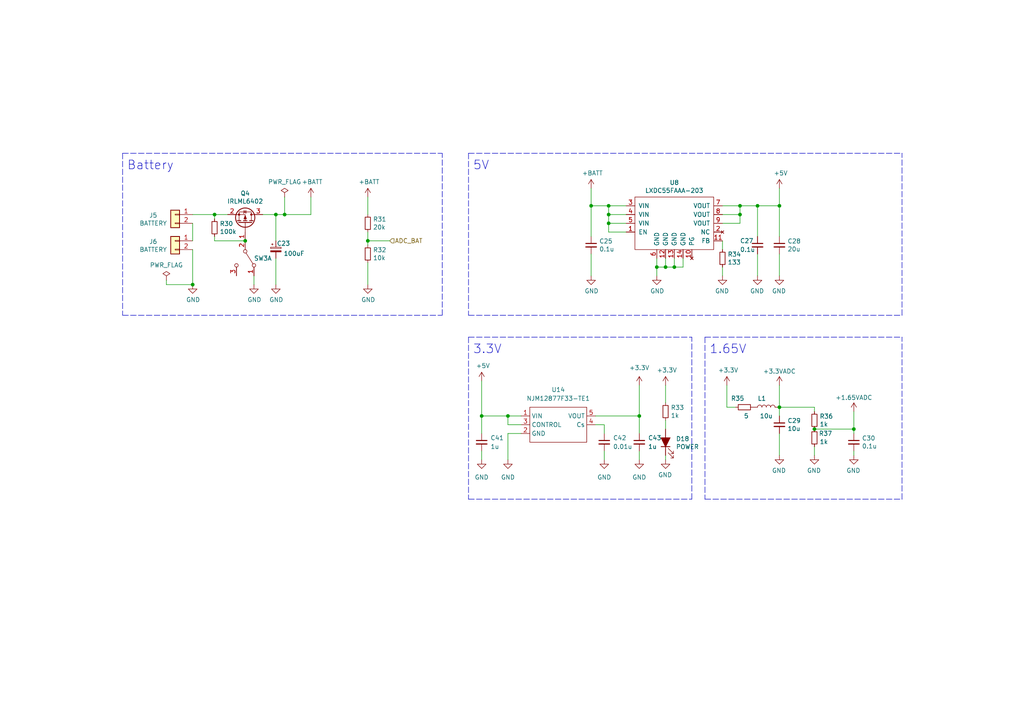
<source format=kicad_sch>
(kicad_sch (version 20231120) (generator "eeschema") (generator_version "8.0")
  (paper "A4")
  (lib_symbols
    (symbol "Connector_Generic:Conn_01x02" (pin_names (offset 1.016) hide)
      (property "Reference" "J" (at 0 2.54 0))
      (property "Value" "Conn_01x02" (at 0 -5.08 0))
      (symbol "Conn_01x02_1_1"
        (rectangle (start -1.27 -2.413) (end 0 -2.667) (stroke (width 0.1524)))
        (rectangle (start -1.27 0.127) (end 0 -0.127) (stroke (width 0.1524)))
        (rectangle (start -1.27 1.27) (end 1.27 -3.81) (stroke (width 0.254)) (fill (type background)))
        (pin passive line (at -5.08 0 0) (length 3.81) (name "Pin_1") (number "1"))
        (pin passive line (at -5.08 -2.54 0) (length 3.81) (name "Pin_2") (number "2"))
      )
    )
    (symbol "Device:C_Polarized_Small" (pin_numbers hide) (pin_names (offset 0.254) hide)
      (property "Reference" "C" (at 0.254 1.778 0))
      (property "Value" "C_Polarized_Small" (at 0.254 -2.032 0))
      (symbol "C_Polarized_Small_0_1"
        (rectangle (start -1.524 -0.3048) (end 1.524 -0.6858) (fill (type outline)))
        (rectangle (start -1.524 0.6858) (end 1.524 0.3048))
        (polyline (pts (xy -1.27 1.524) (xy -0.762 1.524)))
        (polyline (pts (xy -1.016 1.27) (xy -1.016 1.778)))
      )
      (symbol "C_Polarized_Small_1_1"
        (pin passive line (at 0 2.54 270) (length 1.8542) (name "~") (number "1"))
        (pin passive line (at 0 -2.54 90) (length 1.8542) (name "~") (number "2"))
      )
    )
    (symbol "Device:C_Small" (pin_numbers hide) (pin_names (offset 0.254) hide)
      (property "Reference" "C" (at 0.254 1.778 0))
      (property "Value" "C_Small" (at 0.254 -2.032 0))
      (symbol "C_Small_0_1"
        (polyline (pts (xy -1.524 -0.508) (xy 1.524 -0.508)) (stroke (width 0.3302)))
        (polyline (pts (xy -1.524 0.508) (xy 1.524 0.508)) (stroke (width 0.3048)))
      )
      (symbol "C_Small_1_1"
        (pin passive line (at 0 2.54 270) (length 2.032) (name "~") (number "1"))
        (pin passive line (at 0 -2.54 90) (length 2.032) (name "~") (number "2"))
      )
    )
    (symbol "Device:L" (pin_numbers hide) (pin_names (offset 1.016) hide)
      (property "Reference" "L" (at -1.27 0 90))
      (property "Value" "L" (at 1.905 0 90))
      (symbol "L_0_1"
        (arc (start 0 -2.54) (mid 0.6323 -1.905) (end 0 -1.27))
        (arc (start 0 -1.27) (mid 0.6323 -0.635) (end 0 0))
        (arc (start 0 0) (mid 0.6323 0.635) (end 0 1.27))
        (arc (start 0 1.27) (mid 0.6323 1.905) (end 0 2.54))
      )
      (symbol "L_1_1"
        (pin passive line (at 0 3.81 270) (length 1.27) (name "1") (number "1"))
        (pin passive line (at 0 -3.81 90) (length 1.27) (name "2") (number "2"))
      )
    )
    (symbol "Device:LED_ALT" (pin_numbers hide) (pin_names (offset 1.016) hide)
      (property "Reference" "D" (at 0 2.54 0))
      (property "Value" "Device_LED_ALT" (at 0 -2.54 0))
      (symbol "LED_ALT_0_1"
        (polyline (pts (xy -1.27 -1.27) (xy -1.27 1.27)) (stroke (width 0.254)))
        (polyline (pts (xy -1.27 0) (xy 1.27 0)))
        (polyline (pts (xy 1.27 -1.27) (xy 1.27 1.27) (xy -1.27 0) (xy 1.27 -1.27)) (stroke (width 0.254)) (fill (type outline)))
        (polyline (pts (xy -3.048 -0.762) (xy -4.572 -2.286) (xy -3.81 -2.286) (xy -4.572 -2.286) (xy -4.572 -1.524)))
        (polyline (pts (xy -1.778 -0.762) (xy -3.302 -2.286) (xy -2.54 -2.286) (xy -3.302 -2.286) (xy -3.302 -1.524)))
      )
      (symbol "LED_ALT_1_1"
        (pin passive line (at -3.81 0 0) (length 2.54) (name "K") (number "1"))
        (pin passive line (at 3.81 0 180) (length 2.54) (name "A") (number "2"))
      )
    )
    (symbol "Device:R_Small" (pin_numbers hide) (pin_names (offset 0.254) hide)
      (property "Reference" "R" (at 0.762 0.508 0))
      (property "Value" "R_Small" (at 0.762 -1.016 0))
      (symbol "R_Small_0_1"
        (rectangle (start -0.762 1.778) (end 0.762 -1.778) (stroke (width 0.2032)))
      )
      (symbol "R_Small_1_1"
        (pin passive line (at 0 2.54 270) (length 0.762) (name "~") (number "1"))
        (pin passive line (at 0 -2.54 90) (length 0.762) (name "~") (number "2"))
      )
    )
    (symbol "My_Device:LXDC55FAAA-203" (pin_names (offset 1.016))
      (property "Reference" "U" (at 0 12.7 0))
      (property "Value" "My_Device_LXDC55FAAA-203" (at 0 15.24 0))
      (symbol "LXDC55FAAA-203_0_1"
        (rectangle (start -3.81 11.43) (end 19.05 -3.81))
      )
      (symbol "LXDC55FAAA-203_1_1"
        (pin input line (at -6.35 1.27 0) (length 2.54) (name "EN") (number "1"))
        (pin no_connect line (at 12.7 -6.35 90) (length 2.54) (name "PG") (number "10"))
        (pin input line (at 21.59 -1.27 180) (length 2.54) (name "FB") (number "11"))
        (pin input line (at 5.08 -6.35 90) (length 2.54) (name "GND") (number "12"))
        (pin input line (at 7.62 -6.35 90) (length 2.54) (name "GND") (number "13"))
        (pin input line (at 10.16 -6.35 90) (length 2.54) (name "GND") (number "14"))
        (pin no_connect line (at 21.59 1.27 180) (length 2.54) (name "NC") (number "2"))
        (pin input line (at -6.35 8.89 0) (length 2.54) (name "VIN") (number "3"))
        (pin input line (at -6.35 6.35 0) (length 2.54) (name "VIN") (number "4"))
        (pin input line (at -6.35 3.81 0) (length 2.54) (name "VIN") (number "5"))
        (pin input line (at 2.54 -6.35 90) (length 2.54) (name "GND") (number "6"))
        (pin input line (at 21.59 8.89 180) (length 2.54) (name "VOUT") (number "7"))
        (pin input line (at 21.59 6.35 180) (length 2.54) (name "VOUT") (number "8"))
        (pin input line (at 21.59 3.81 180) (length 2.54) (name "VOUT") (number "9"))
      )
    )
    (symbol "Switch:SW_DPDT_x2" (pin_names (offset 0) hide)
      (property "Reference" "SW" (at 0 4.318 0))
      (property "Value" "SW_DPDT_x2" (at 0 -5.08 0))
      (symbol "SW_DPDT_x2_0_0"
        (circle (center -2.032 0) (radius 0.508))
        (circle (center 2.032 -2.54) (radius 0.508))
      )
      (symbol "SW_DPDT_x2_0_1"
        (polyline (pts (xy -1.524 0.254) (xy 1.651 2.286)))
        (circle (center 2.032 2.54) (radius 0.508))
      )
      (symbol "SW_DPDT_x2_1_1"
        (pin passive line (at 5.08 2.54 180) (length 2.54) (name "A") (number "1"))
        (pin passive line (at -5.08 0 0) (length 2.54) (name "B") (number "2"))
        (pin passive line (at 5.08 -2.54 180) (length 2.54) (name "C") (number "3"))
      )
      (symbol "SW_DPDT_x2_2_1"
        (pin passive line (at 5.08 2.54 180) (length 2.54) (name "A") (number "4"))
        (pin passive line (at -5.08 0 0) (length 2.54) (name "B") (number "5"))
        (pin passive line (at 5.08 -2.54 180) (length 2.54) (name "C") (number "6"))
      )
    )
    (symbol "Transistor_FET:IRLML6402" (pin_names hide)
      (property "Reference" "Q" (at 5.08 1.905 0))
      (property "Value" "IRLML6402" (at 5.08 0 0))
      (symbol "IRLML6402_0_1"
        (polyline (pts (xy 0.254 0) (xy -2.54 0)))
        (polyline (pts (xy 0.254 1.905) (xy 0.254 -1.905)) (stroke (width 0.254)))
        (polyline (pts (xy 0.762 -1.27) (xy 0.762 -2.286)) (stroke (width 0.254)))
        (polyline (pts (xy 0.762 0.508) (xy 0.762 -0.508)) (stroke (width 0.254)))
        (polyline (pts (xy 0.762 2.286) (xy 0.762 1.27)) (stroke (width 0.254)))
        (polyline (pts (xy 2.54 2.54) (xy 2.54 1.778)))
        (polyline (pts (xy 2.54 -2.54) (xy 2.54 0) (xy 0.762 0)))
        (polyline (pts (xy 0.762 1.778) (xy 3.302 1.778) (xy 3.302 -1.778) (xy 0.762 -1.778)))
        (polyline (pts (xy 2.286 0) (xy 1.27 0.381) (xy 1.27 -0.381) (xy 2.286 0)) (fill (type outline)))
        (polyline (pts (xy 2.794 -0.508) (xy 2.921 -0.381) (xy 3.683 -0.381) (xy 3.81 -0.254)))
        (polyline (pts (xy 3.302 -0.381) (xy 2.921 0.254) (xy 3.683 0.254) (xy 3.302 -0.381)))
        (circle (center 1.651 0) (radius 2.794) (stroke (width 0.254)))
        (circle (center 2.54 -1.778) (radius 0.254) (fill (type outline)))
        (circle (center 2.54 1.778) (radius 0.254) (fill (type outline)))
      )
      (symbol "IRLML6402_1_1"
        (pin input line (at -5.08 0 0) (length 2.54) (name "G") (number "1"))
        (pin passive line (at 2.54 -5.08 90) (length 2.54) (name "S") (number "2"))
        (pin passive line (at 2.54 5.08 270) (length 2.54) (name "D") (number "3"))
      )
    )
    (symbol "bldc_lib:NJM12877F33-TE1"
      (property "Reference" "U" (at 0 2.54 0))
      (property "Value" "NJM12877F33-TE1" (at 0 0 0))
      (symbol "NJM12877F33-TE1_0_1"
        (rectangle (start -8.89 -2.54) (end 7.62 -12.7))
      )
      (symbol "NJM12877F33-TE1_1_1"
        (pin input line (at -11.43 -5.08 0) (length 2.54) (name "VIN") (number "1"))
        (pin input line (at -11.43 -10.16 0) (length 2.54) (name "GND") (number "2"))
        (pin input line (at -11.43 -7.62 0) (length 2.54) (name "CONTROL") (number "3"))
        (pin input line (at 10.16 -7.62 180) (length 2.54) (name "Cs") (number "4"))
        (pin input line (at 10.16 -5.08 180) (length 2.54) (name "VOUT") (number "5"))
      )
    )
    (symbol "power:+3.3V" (power) (pin_names (offset 0))
      (property "Value" "+3.3V" (at 0 3.556 0))
      (symbol "+3.3V_0_1"
        (polyline (pts (xy -0.762 1.27) (xy 0 2.54)))
        (polyline (pts (xy 0 0) (xy 0 2.54)))
        (polyline (pts (xy 0 2.54) (xy 0.762 1.27)))
      )
      (symbol "+3.3V_1_1"
        (pin power_in line (at 0 0 90) (length 0) hide (name "+3.3V") (number "1"))
      )
    )
    (symbol "power:+3.3VADC" (power) (pin_names (offset 0))
      (property "Value" "+3.3VADC" (at 0 2.54 0))
      (symbol "+3.3VADC_0_0"
        (pin power_in line (at 0 0 90) (length 0) hide (name "+3.3VADC") (number "1"))
      )
      (symbol "+3.3VADC_0_1"
        (polyline (pts (xy -0.762 1.27) (xy 0 2.54)))
        (polyline (pts (xy 0 0) (xy 0 2.54)))
        (polyline (pts (xy 0 2.54) (xy 0.762 1.27)))
      )
    )
    (symbol "power:+5V" (power) (pin_names (offset 0))
      (property "Value" "+5V" (at 0 3.556 0))
      (symbol "+5V_0_1"
        (polyline (pts (xy -0.762 1.27) (xy 0 2.54)))
        (polyline (pts (xy 0 0) (xy 0 2.54)))
        (polyline (pts (xy 0 2.54) (xy 0.762 1.27)))
      )
      (symbol "+5V_1_1"
        (pin power_in line (at 0 0 90) (length 0) hide (name "+5V") (number "1"))
      )
    )
    (symbol "power:+BATT" (power) (pin_names (offset 0))
      (property "Value" "+BATT" (at 0 3.556 0))
      (symbol "+BATT_0_1"
        (polyline (pts (xy -0.762 1.27) (xy 0 2.54)))
        (polyline (pts (xy 0 0) (xy 0 2.54)))
        (polyline (pts (xy 0 2.54) (xy 0.762 1.27)))
      )
      (symbol "+BATT_1_1"
        (pin power_in line (at 0 0 90) (length 0) hide (name "+BATT") (number "1"))
      )
    )
    (symbol "power:GND" (power) (pin_names (offset 0))
      (property "Value" "GND" (at 0 -3.81 0))
      (symbol "GND_0_1"
        (polyline (pts (xy 0 0) (xy 0 -1.27) (xy 1.27 -1.27) (xy 0 -2.54) (xy -1.27 -1.27) (xy 0 -1.27)))
      )
      (symbol "GND_1_1"
        (pin power_in line (at 0 0 270) (length 0) hide (name "GND") (number "1"))
      )
    )
    (symbol "power:PWR_FLAG" (power) (pin_numbers hide) (pin_names (offset 0) hide)
      (property "Value" "PWR_FLAG" (at 0 3.81 0))
      (symbol "PWR_FLAG_0_0"
        (pin power_out line (at 0 0 90) (length 0) (name "pwr") (number "1"))
      )
      (symbol "PWR_FLAG_0_1"
        (polyline (pts (xy 0 0) (xy 0 1.27) (xy -1.016 1.905) (xy 0 2.54) (xy 1.016 1.905) (xy 0 1.27)))
      )
    )
  )
  (junction (at 193.04 77.47))
  (junction (at 226.06 118.11))
  (junction (at 185.42 120.65))
  (junction (at 176.53 62.23))
  (junction (at 62.23 62.23))
  (junction (at 171.45 59.69))
  (junction (at 214.63 62.23))
  (junction (at 147.32 120.65))
  (junction (at 226.06 59.69))
  (junction (at 106.68 69.85))
  (junction (at 80.01 62.23))
  (junction (at 236.22 124.46))
  (junction (at 219.71 59.69))
  (junction (at 82.55 62.23))
  (junction (at 195.58 77.47))
  (junction (at 176.53 59.69))
  (junction (at 190.5 77.47))
  (junction (at 55.88 82.55))
  (junction (at 71.12 69.85))
  (junction (at 176.53 64.77))
  (junction (at 214.63 59.69))
  (junction (at 139.7 120.65))
  (junction (at 247.65 124.46))
  (wire (pts (xy 82.55 62.23) (xy 90.17 62.23)))
  (wire (pts (xy 190.5 74.93) (xy 190.5 77.47)))
  (wire (pts (xy 48.26 82.55) (xy 55.88 82.55)))
  (wire (pts (xy 176.53 67.31) (xy 176.53 64.77)))
  (wire (pts (xy 226.06 118.11) (xy 226.06 120.65)))
  (polyline (pts (xy 135.89 97.79) (xy 200.66 97.79)) (stroke (width 0) (type dash)))
  (wire (pts (xy 176.53 59.69) (xy 171.45 59.69)))
  (wire (pts (xy 198.12 77.47) (xy 195.58 77.47)))
  (wire (pts (xy 193.04 124.46) (xy 193.04 121.92)))
  (wire (pts (xy 172.72 120.65) (xy 185.42 120.65)))
  (wire (pts (xy 185.42 130.81) (xy 185.42 133.35)))
  (wire (pts (xy 185.42 120.65) (xy 185.42 125.73)))
  (wire (pts (xy 73.66 82.55) (xy 73.66 80.01)))
  (wire (pts (xy 226.06 111.76) (xy 226.06 118.11)))
  (wire (pts (xy 219.71 68.58) (xy 219.71 59.69)))
  (wire (pts (xy 147.32 120.65) (xy 151.13 120.65)))
  (wire (pts (xy 193.04 133.35) (xy 193.04 132.08)))
  (wire (pts (xy 236.22 118.11) (xy 236.22 119.38)))
  (wire (pts (xy 219.71 80.01) (xy 219.71 73.66)))
  (polyline (pts (xy 135.89 144.78) (xy 200.66 144.78)) (stroke (width 0) (type dash)))
  (wire (pts (xy 175.26 123.19) (xy 172.72 123.19)))
  (wire (pts (xy 106.68 69.85) (xy 106.68 67.31)))
  (wire (pts (xy 209.55 77.47) (xy 209.55 80.01)))
  (wire (pts (xy 171.45 59.69) (xy 171.45 54.61)))
  (wire (pts (xy 175.26 125.73) (xy 175.26 123.19)))
  (polyline (pts (xy 261.62 91.44) (xy 261.62 44.45)) (stroke (width 0) (type dash)))
  (wire (pts (xy 151.13 125.73) (xy 147.32 125.73)))
  (polyline (pts (xy 128.27 91.44) (xy 128.27 44.45)) (stroke (width 0) (type dash)))
  (wire (pts (xy 62.23 68.58) (xy 62.23 69.85)))
  (wire (pts (xy 139.7 110.49) (xy 139.7 120.65)))
  (wire (pts (xy 151.13 123.19) (xy 147.32 123.19)))
  (wire (pts (xy 193.04 111.76) (xy 193.04 116.84)))
  (wire (pts (xy 226.06 68.58) (xy 226.06 59.69)))
  (wire (pts (xy 181.61 67.31) (xy 176.53 67.31)))
  (wire (pts (xy 219.71 59.69) (xy 226.06 59.69)))
  (wire (pts (xy 80.01 74.93) (xy 80.01 82.55)))
  (wire (pts (xy 195.58 77.47) (xy 193.04 77.47)))
  (wire (pts (xy 247.65 132.08) (xy 247.65 130.81)))
  (wire (pts (xy 209.55 62.23) (xy 214.63 62.23)))
  (wire (pts (xy 106.68 76.2) (xy 106.68 82.55)))
  (wire (pts (xy 185.42 120.65) (xy 185.42 111.76)))
  (wire (pts (xy 55.88 69.85) (xy 55.88 64.77)))
  (wire (pts (xy 90.17 57.15) (xy 90.17 62.23)))
  (wire (pts (xy 55.88 62.23) (xy 62.23 62.23)))
  (wire (pts (xy 171.45 80.01) (xy 171.45 73.66)))
  (wire (pts (xy 236.22 132.08) (xy 236.22 129.54)))
  (polyline (pts (xy 35.56 44.45) (xy 128.27 44.45)) (stroke (width 0) (type dash)))
  (wire (pts (xy 213.36 118.11) (xy 210.82 118.11)))
  (wire (pts (xy 139.7 120.65) (xy 139.7 125.73)))
  (wire (pts (xy 181.61 62.23) (xy 176.53 62.23)))
  (polyline (pts (xy 204.47 97.79) (xy 204.47 144.78)) (stroke (width 0) (type dash)))
  (wire (pts (xy 147.32 123.19) (xy 147.32 120.65)))
  (polyline (pts (xy 135.89 91.44) (xy 261.62 91.44)) (stroke (width 0) (type dash)))
  (wire (pts (xy 193.04 74.93) (xy 193.04 77.47)))
  (polyline (pts (xy 135.89 97.79) (xy 135.89 144.78)) (stroke (width 0) (type dash)))
  (wire (pts (xy 193.04 77.47) (xy 190.5 77.47)))
  (wire (pts (xy 62.23 62.23) (xy 66.04 62.23)))
  (wire (pts (xy 209.55 64.77) (xy 214.63 64.77)))
  (wire (pts (xy 147.32 125.73) (xy 147.32 133.35)))
  (wire (pts (xy 62.23 63.5) (xy 62.23 62.23)))
  (wire (pts (xy 247.65 119.38) (xy 247.65 124.46)))
  (wire (pts (xy 62.23 69.85) (xy 71.12 69.85)))
  (wire (pts (xy 226.06 118.11) (xy 236.22 118.11)))
  (polyline (pts (xy 35.56 91.44) (xy 128.27 91.44)) (stroke (width 0) (type dash)))
  (wire (pts (xy 139.7 130.81) (xy 139.7 133.35)))
  (wire (pts (xy 210.82 118.11) (xy 210.82 111.76)))
  (wire (pts (xy 181.61 59.69) (xy 176.53 59.69)))
  (wire (pts (xy 76.2 62.23) (xy 80.01 62.23)))
  (wire (pts (xy 176.53 62.23) (xy 176.53 59.69)))
  (wire (pts (xy 106.68 71.12) (xy 106.68 69.85)))
  (wire (pts (xy 195.58 74.93) (xy 195.58 77.47)))
  (wire (pts (xy 226.06 80.01) (xy 226.06 73.66)))
  (wire (pts (xy 214.63 59.69) (xy 219.71 59.69)))
  (polyline (pts (xy 204.47 144.78) (xy 261.62 144.78)) (stroke (width 0) (type dash)))
  (polyline (pts (xy 135.89 44.45) (xy 135.89 91.44)) (stroke (width 0) (type dash)))
  (wire (pts (xy 236.22 124.46) (xy 247.65 124.46)))
  (polyline (pts (xy 35.56 44.45) (xy 35.56 91.44)) (stroke (width 0) (type dash)))
  (polyline (pts (xy 261.62 144.78) (xy 261.62 97.79)) (stroke (width 0) (type dash)))
  (wire (pts (xy 55.88 82.55) (xy 55.88 72.39)))
  (wire (pts (xy 226.06 132.08) (xy 226.06 125.73)))
  (wire (pts (xy 176.53 64.77) (xy 176.53 62.23)))
  (wire (pts (xy 198.12 74.93) (xy 198.12 77.47)))
  (wire (pts (xy 113.03 69.85) (xy 106.68 69.85)))
  (wire (pts (xy 209.55 59.69) (xy 214.63 59.69)))
  (polyline (pts (xy 135.89 44.45) (xy 261.62 44.45)) (stroke (width 0) (type dash)))
  (wire (pts (xy 139.7 120.65) (xy 147.32 120.65)))
  (wire (pts (xy 214.63 64.77) (xy 214.63 62.23)))
  (wire (pts (xy 247.65 124.46) (xy 247.65 125.73)))
  (wire (pts (xy 181.61 64.77) (xy 176.53 64.77)))
  (wire (pts (xy 80.01 62.23) (xy 82.55 62.23)))
  (wire (pts (xy 214.63 62.23) (xy 214.63 59.69)))
  (polyline (pts (xy 200.66 144.78) (xy 200.66 97.79)) (stroke (width 0) (type dash)))
  (wire (pts (xy 175.26 130.81) (xy 175.26 133.35)))
  (wire (pts (xy 80.01 62.23) (xy 80.01 69.85)))
  (wire (pts (xy 171.45 68.58) (xy 171.45 59.69)))
  (wire (pts (xy 48.26 81.28) (xy 48.26 82.55)))
  (polyline (pts (xy 204.47 97.79) (xy 261.62 97.79)) (stroke (width 0) (type dash)))
  (wire (pts (xy 226.06 59.69) (xy 226.06 54.61)))
  (wire (pts (xy 106.68 62.23) (xy 106.68 57.15)))
  (wire (pts (xy 82.55 57.15) (xy 82.55 62.23)))
  (wire (pts (xy 190.5 77.47) (xy 190.5 80.01)))
  (wire (pts (xy 209.55 72.39) (xy 209.55 69.85)))
  (text "5V" (at 137.16 49.53 0) (effects (font (size 2.54 2.54)) (justify left bottom)))
  (text "3.3V" (at 137.16 102.87 0) (effects (font (size 2.54 2.54)) (justify left bottom)))
  (text "1.65V" (at 205.74 102.87 0) (effects (font (size 2.54 2.54)) (justify left bottom)))
  (text "Battery" (at 36.83 49.53 0) (effects (font (size 2.54 2.54)) (justify left bottom)))
  (hierarchical_label "ADC_BAT" (shape input) (at 113.03 69.85 0))
  (symbol (lib_id "power:GND") (at 55.88 82.55 0) (unit 1)
    (property "Reference" "#PWR082" (effects (hide yes)))
    (property "Value" "GND" (at 56.007 86.9442 0))
  )
  (symbol (lib_id "Device:R_Small") (at 236.22 127 0) (unit 1)
    (property "Reference" "R37" (at 237.49 125.73 0) (effects (justify left)))
    (property "Value" "1k" (at 237.7186 128.143 0) (effects (justify left)))
    (property "Footprint" "Resistor_SMD:R_0603_1608Metric" (effects (hide yes)))
  )
  (symbol (lib_id "power:+3.3VADC") (at 226.06 111.76 0) (unit 1)
    (property "Reference" "#PWR0103" (effects (hide yes)))
    (property "Value" "+3.3VADC" (at 226.06 107.696 0))
  )
  (symbol (lib_id "power:+3.3VADC") (at 247.65 119.38 0) (unit 1)
    (property "Reference" "#PWR0106" (effects (hide yes)))
    (property "Value" "+1.65VADC" (at 247.65 115.316 0))
  )
  (symbol (lib_id "power:+BATT") (at 106.68 57.15 0) (unit 1)
    (property "Reference" "#PWR086" (effects (hide yes)))
    (property "Value" "+BATT" (at 107.061 52.7558 0))
  )
  (symbol (lib_id "Device:C_Small") (at 226.06 71.12 0) (unit 1)
    (property "Reference" "C28" (at 228.3968 69.9516 0) (effects (justify left)))
    (property "Value" "20u" (at 228.3968 72.263 0) (effects (justify left)))
    (property "Footprint" "Capacitor_SMD:C_0603_1608Metric_Pad1.08x0.95mm_HandSolder" (effects (hide yes)))
  )
  (symbol (lib_id "power:GND") (at 226.06 132.08 0) (mirror y) (unit 1)
    (property "Reference" "#PWR0104" (effects (hide yes)))
    (property "Value" "GND" (at 225.933 136.4742 0))
  )
  (symbol (lib_id "power:GND") (at 193.04 133.35 0) (mirror y) (unit 1)
    (property "Reference" "#PWR096" (effects (hide yes)))
    (property "Value" "GND" (at 192.913 137.7442 0))
  )
  (symbol (lib_id "power:GND") (at 226.06 80.01 0) (mirror y) (unit 1)
    (property "Reference" "#PWR0102" (effects (hide yes)))
    (property "Value" "GND" (at 225.933 84.4042 0))
  )
  (symbol (lib_id "Device:C_Small") (at 175.26 128.27 0) (unit 1)
    (property "Reference" "C42" (at 177.8 127.0062 0) (effects (justify left)))
    (property "Value" "0.01u" (at 177.8 129.5462 0) (effects (justify left)))
    (property "Footprint" "Capacitor_SMD:C_0603_1608Metric_Pad1.08x0.95mm_HandSolder" (effects (hide yes)))
  )
  (symbol (lib_id "power:+BATT") (at 90.17 57.15 0) (unit 1)
    (property "Reference" "#PWR085" (effects (hide yes)))
    (property "Value" "+BATT" (at 90.551 52.7558 0))
  )
  (symbol (lib_id "Device:C_Small") (at 226.06 123.19 0) (unit 1)
    (property "Reference" "C29" (at 228.3968 122.0216 0) (effects (justify left)))
    (property "Value" "10u" (at 228.3968 124.333 0) (effects (justify left)))
    (property "Footprint" "Capacitor_SMD:C_0603_1608Metric_Pad1.08x0.95mm_HandSolder" (effects (hide yes)))
  )
  (symbol (lib_id "power:+3.3V") (at 193.04 111.76 0) (unit 1)
    (property "Reference" "#PWR095" (effects (hide yes)))
    (property "Value" "+3.3V" (at 193.421 107.3658 0))
  )
  (symbol (lib_id "power:GND") (at 73.66 82.55 0) (unit 1)
    (property "Reference" "#PWR083" (effects (hide yes)))
    (property "Value" "GND" (at 73.787 86.9442 0))
  )
  (symbol (lib_id "power:GND") (at 139.7 133.35 0) (unit 1)
    (property "Reference" "#PWR0147" (effects (hide yes)))
    (property "Value" "GND" (at 139.7 138.43 0))
  )
  (symbol (lib_id "power:GND") (at 190.5 80.01 0) (unit 1)
    (property "Reference" "#PWR097" (effects (hide yes)))
    (property "Value" "GND" (at 190.627 84.4042 0))
  )
  (symbol (lib_id "bldc_lib:NJM12877F33-TE1") (at 162.56 115.57 0) (unit 1)
    (property "Reference" "U14" (at 161.925 113.03 0))
    (property "Value" "NJM12877F33-TE1" (at 161.925 115.57 0))
    (property "Footprint" "Package_TO_SOT_SMD:SOT-23-5_HandSoldering" (effects (hide yes)))
  )
  (symbol (lib_id "Device:R_Small") (at 193.04 119.38 0) (unit 1)
    (property "Reference" "R33" (at 194.5386 118.2116 0) (effects (justify left)))
    (property "Value" "1k" (at 194.5386 120.523 0) (effects (justify left)))
    (property "Footprint" "Resistor_SMD:R_0201_0603Metric" (effects (hide yes)))
  )
  (symbol (lib_id "Device:L") (at 222.25 118.11 90) (unit 1)
    (property "Reference" "L1" (at 220.98 115.57 90))
    (property "Value" "10u" (at 222.25 120.65 90))
    (property "Footprint" "Inductor_SMD:L_1008_2520Metric" (effects (hide yes)))
  )
  (symbol (lib_id "Device:C_Small") (at 247.65 128.27 0) (unit 1)
    (property "Reference" "C30" (at 249.9868 127.1016 0) (effects (justify left)))
    (property "Value" "0.1u" (at 249.9868 129.413 0) (effects (justify left)))
    (property "Footprint" "Capacitor_SMD:C_0201_0603Metric" (effects (hide yes)))
  )
  (symbol (lib_id "power:GND") (at 147.32 133.35 0) (unit 1)
    (property "Reference" "#PWR0148" (effects (hide yes)))
    (property "Value" "GND" (at 147.32 138.43 0))
  )
  (symbol (lib_id "power:+3.3V") (at 210.82 111.76 0) (unit 1)
    (property "Reference" "#PWR099" (effects (hide yes)))
    (property "Value" "+3.3V" (at 211.201 107.3658 0))
  )
  (symbol (lib_id "power:PWR_FLAG") (at 48.26 81.28 0) (unit 1)
    (property "Reference" "#FLG01" (effects (hide yes)))
    (property "Value" "PWR_FLAG" (at 48.26 76.8858 0))
  )
  (symbol (lib_id "power:GND") (at 106.68 82.55 0) (unit 1)
    (property "Reference" "#PWR087" (effects (hide yes)))
    (property "Value" "GND" (at 106.807 86.9442 0))
  )
  (symbol (lib_id "Device:C_Small") (at 219.71 71.12 0) (unit 1)
    (property "Reference" "C27" (at 214.63 69.85 0) (effects (justify left)))
    (property "Value" "0.1u" (at 214.63 72.39 0) (effects (justify left)))
    (property "Footprint" "Capacitor_SMD:C_0603_1608Metric_Pad1.08x0.95mm_HandSolder" (effects (hide yes)))
  )
  (symbol (lib_id "Device:LED_ALT") (at 193.04 128.27 90) (unit 1)
    (property "Reference" "D18" (at 196.0372 127.2794 90) (effects (justify right)))
    (property "Value" "POWER" (at 196.0372 129.5908 90) (effects (justify right)))
    (property "Footprint" "LED_SMD:LED_0402_1005Metric" (effects (hide yes)))
  )
  (symbol (lib_id "Device:C_Polarized_Small") (at 80.01 72.39 0) (unit 1)
    (property "Reference" "C23" (at 80.264 70.612 0) (effects (justify left)))
    (property "Value" "100uF" (at 82.2452 73.533 0) (effects (justify left)))
    (property "Footprint" "Capacitor_SMD:CP_Elec_6.3x3" (effects (hide yes)))
  )
  (symbol (lib_id "power:GND") (at 247.65 132.08 0) (mirror y) (unit 1)
    (property "Reference" "#PWR0107" (effects (hide yes)))
    (property "Value" "GND" (at 247.523 136.4742 0))
  )
  (symbol (lib_id "Connector_Generic:Conn_01x02") (at 50.8 62.23 0) (mirror y) (unit 1)
    (property "Reference" "J5" (at 44.45 62.4586 0))
    (property "Value" "BATTERY" (at 44.45 64.77 0))
    (property "Footprint" "Connector_PinSocket_1.27mm:PinSocket_1x02_P1.27mm_Vertical" (effects (hide yes)))
  )
  (symbol (lib_id "power:GND") (at 175.26 133.35 0) (unit 1)
    (property "Reference" "#PWR0149" (effects (hide yes)))
    (property "Value" "GND" (at 175.26 138.43 0))
  )
  (symbol (lib_id "Device:R_Small") (at 236.22 121.92 0) (unit 1)
    (property "Reference" "R36" (at 237.7186 120.7516 0) (effects (justify left)))
    (property "Value" "1k" (at 237.7186 123.063 0) (effects (justify left)))
    (property "Footprint" "Resistor_SMD:R_0603_1608Metric" (effects (hide yes)))
  )
  (symbol (lib_id "Switch:SW_DPDT_x2") (at 71.12 74.93 270) (unit 1)
    (property "Reference" "SW3" (at 73.66 74.93 90) (effects (justify left)))
    (property "Value" "SW_DPDT_x2" (effects (hide yes)))
    (property "Footprint" "Connector_PinHeader_2.54mm:PinHeader_1x03_P2.54mm_Vertical" (effects (hide yes)))
  )
  (symbol (lib_id "power:GND") (at 185.42 133.35 0) (unit 1)
    (property "Reference" "#PWR0151" (effects (hide yes)))
    (property "Value" "GND" (at 185.42 138.43 0))
  )
  (symbol (lib_id "power:GND") (at 209.55 80.01 0) (mirror y) (unit 1)
    (property "Reference" "#PWR098" (effects (hide yes)))
    (property "Value" "GND" (at 209.423 84.4042 0))
  )
  (symbol (lib_id "Device:R_Small") (at 209.55 74.93 0) (unit 1)
    (property "Reference" "R34" (at 211.0486 73.7616 0) (effects (justify left)))
    (property "Value" "133" (at 211.0486 76.073 0) (effects (justify left)))
    (property "Footprint" "Resistor_SMD:R_1206_3216Metric_Pad1.30x1.75mm_HandSolder" (effects (hide yes)))
  )
  (symbol (lib_id "Connector_Generic:Conn_01x02") (at 50.8 69.85 0) (mirror y) (unit 1)
    (property "Reference" "J6" (at 44.45 70.0786 0))
    (property "Value" "BATTERY" (at 44.45 72.39 0))
    (property "Footprint" "Connector_PinSocket_1.27mm:PinSocket_1x02_P1.27mm_Vertical" (effects (hide yes)))
  )
  (symbol (lib_id "power:+5V") (at 139.7 110.49 0) (unit 1)
    (property "Reference" "#PWR088" (effects (hide yes)))
    (property "Value" "+5V" (at 140.081 106.0958 0))
  )
  (symbol (lib_id "power:+5V") (at 226.06 54.61 0) (unit 1)
    (property "Reference" "#PWR0101" (effects (hide yes)))
    (property "Value" "+5V" (at 226.441 50.2158 0))
  )
  (symbol (lib_id "power:GND") (at 171.45 80.01 0) (unit 1)
    (property "Reference" "#PWR092" (effects (hide yes)))
    (property "Value" "GND" (at 171.577 84.4042 0))
  )
  (symbol (lib_id "power:PWR_FLAG") (at 82.55 57.15 0) (unit 1)
    (property "Reference" "#FLG02" (effects (hide yes)))
    (property "Value" "PWR_FLAG" (at 82.55 52.7558 0))
  )
  (symbol (lib_id "power:GND") (at 236.22 132.08 0) (mirror y) (unit 1)
    (property "Reference" "#PWR0105" (effects (hide yes)))
    (property "Value" "GND" (at 236.093 136.4742 0))
  )
  (symbol (lib_id "power:GND") (at 80.01 82.55 0) (unit 1)
    (property "Reference" "#PWR084" (effects (hide yes)))
    (property "Value" "GND" (at 80.137 86.9442 0))
  )
  (symbol (lib_id "Device:C_Small") (at 139.7 128.27 0) (unit 1)
    (property "Reference" "C41" (at 142.24 127.0062 0) (effects (justify left)))
    (property "Value" "1u" (at 142.24 129.5462 0) (effects (justify left)))
    (property "Footprint" "Capacitor_SMD:C_0603_1608Metric_Pad1.08x0.95mm_HandSolder" (effects (hide yes)))
  )
  (symbol (lib_id "Device:C_Small") (at 185.42 128.27 0) (unit 1)
    (property "Reference" "C43" (at 187.96 127.0062 0) (effects (justify left)))
    (property "Value" "1u" (at 187.96 129.5462 0) (effects (justify left)))
    (property "Footprint" "Capacitor_SMD:C_0603_1608Metric_Pad1.08x0.95mm_HandSolder" (effects (hide yes)))
  )
  (symbol (lib_id "Device:R_Small") (at 106.68 73.66 0) (unit 1)
    (property "Reference" "R32" (at 108.1786 72.4916 0) (effects (justify left)))
    (property "Value" "10k" (at 108.1786 74.803 0) (effects (justify left)))
    (property "Footprint" "Resistor_SMD:R_0402_1005Metric" (effects (hide yes)))
  )
  (symbol (lib_id "Device:R_Small") (at 62.23 66.04 0) (unit 1)
    (property "Reference" "R30" (at 63.7286 64.8716 0) (effects (justify left)))
    (property "Value" "100k" (at 63.7286 67.183 0) (effects (justify left)))
    (property "Footprint" "Resistor_SMD:R_0603_1608Metric" (effects (hide yes)))
  )
  (symbol (lib_id "Device:R_Small") (at 215.9 118.11 90) (unit 1)
    (property "Reference" "R35" (at 215.9 115.57 90) (effects (justify left)))
    (property "Value" "5" (at 217.17 120.65 90) (effects (justify left)))
    (property "Footprint" "Resistor_SMD:R_0805_2012Metric_Pad1.20x1.40mm_HandSolder" (effects (hide yes)))
  )
  (symbol (lib_id "power:+3.3V") (at 185.42 111.76 0) (unit 1)
    (property "Reference" "#PWR0150" (effects (hide yes)))
    (property "Value" "+3.3V" (at 185.42 106.68 0))
  )
  (symbol (lib_id "power:+BATT") (at 171.45 54.61 0) (unit 1)
    (property "Reference" "#PWR091" (effects (hide yes)))
    (property "Value" "+BATT" (at 171.831 50.2158 0))
  )
  (symbol (lib_id "power:GND") (at 219.71 80.01 0) (mirror y) (unit 1)
    (property "Reference" "#PWR0100" (effects (hide yes)))
    (property "Value" "GND" (at 219.583 84.4042 0))
  )
  (symbol (lib_id "Device:R_Small") (at 106.68 64.77 0) (unit 1)
    (property "Reference" "R31" (at 108.1786 63.6016 0) (effects (justify left)))
    (property "Value" "20k" (at 108.1786 65.913 0) (effects (justify left)))
    (property "Footprint" "Resistor_SMD:R_0402_1005Metric" (effects (hide yes)))
  )
  (symbol (lib_id "Device:C_Small") (at 171.45 71.12 0) (unit 1)
    (property "Reference" "C25" (at 173.7868 69.9516 0) (effects (justify left)))
    (property "Value" "0.1u" (at 173.7868 72.263 0) (effects (justify left)))
    (property "Footprint" "Capacitor_SMD:C_0603_1608Metric_Pad1.08x0.95mm_HandSolder" (effects (hide yes)))
  )
  (symbol (lib_id "Transistor_FET:IRLML6402") (at 71.12 64.77 270) (mirror x) (unit 1)
    (property "Reference" "Q4" (at 71.12 56.0832 90))
    (property "Value" "IRLML6402" (at 71.12 58.3946 90))
    (property "Footprint" "Package_TO_SOT_SMD:SOT-23" (effects (hide yes)))
    (property "Datasheet" "https://www.infineon.com/dgdl/irlml6402pbf.pdf?fileId=5546d462533600a401535668d5c2263c" (effects (hide yes)))
  )
  (symbol (lib_id "My_Device:LXDC55FAAA-203") (at 187.96 68.58 0) (unit 1)
    (property "Reference" "U8" (at 195.58 52.959 0))
    (property "Value" "LXDC55FAAA-203" (at 195.58 55.2704 0))
    (property "Footprint" "mylib:LXDC55FAAA203" (effects (hide yes)))
  )
)
</source>
